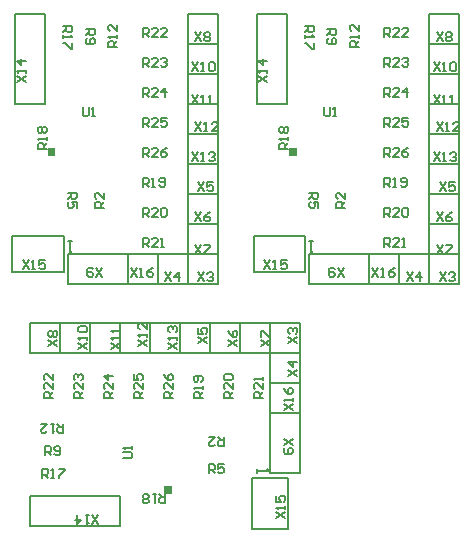
<source format=gto>
%FSLAX24Y24*%
%MOIN*%
G70*
G01*
G75*
G04 Layer_Color=65535*
%ADD10R,0.0748X0.0591*%
%ADD11R,0.0551X0.0591*%
%ADD12R,0.1000X0.0260*%
%ADD13C,0.0120*%
%ADD14C,0.0250*%
%ADD15C,0.0200*%
%ADD16R,0.0591X0.0748*%
%ADD17R,0.0591X0.0551*%
%ADD18R,0.0260X0.1000*%
%ADD19R,0.0591X0.0591*%
%ADD20C,0.0394*%
%ADD21R,0.0394X0.0394*%
%ADD22C,0.0591*%
%ADD23R,0.0591X0.0591*%
%ADD24C,0.0500*%
%ADD25R,0.0394X0.0394*%
%ADD26R,0.0315X0.0512*%
%ADD27R,0.0320X0.0500*%
%ADD28R,0.0591X0.0630*%
%ADD29R,0.0630X0.0591*%
%ADD30R,0.0512X0.0315*%
%ADD31R,0.0500X0.0320*%
%ADD32R,0.0630X0.0591*%
%ADD33C,0.0079*%
%ADD34C,0.0050*%
G36*
X35858Y25620D02*
Y25370D01*
X35608D01*
Y25620D01*
X35858D01*
D02*
G37*
G36*
X40020Y36642D02*
X39770D01*
Y36892D01*
X40020D01*
Y36642D01*
D02*
G37*
G36*
X31970D02*
X31720D01*
Y36892D01*
X31970D01*
Y36642D01*
D02*
G37*
D33*
X40150Y28050D02*
Y29050D01*
X39150D01*
X40150Y28050D02*
X39150D01*
Y29050D01*
X38550Y24200D02*
Y25904D01*
X39750Y24200D02*
X38550D01*
X39750D02*
Y25904D01*
X38550D01*
X34150Y25300D02*
X31150D01*
Y24300D02*
Y25300D01*
X34150Y24300D02*
Y25300D01*
Y24300D02*
X31150D01*
X35150Y30050D02*
Y31050D01*
X36150Y30050D02*
X35150D01*
X36150Y31050D02*
X35150D01*
X36150Y30050D02*
Y31050D01*
X34150Y30050D02*
Y31050D01*
X35150Y30050D02*
X34150D01*
X35150Y31050D02*
X34150D01*
X35150Y30050D02*
Y31050D01*
X33150Y30050D02*
Y31050D01*
X34150Y30050D02*
X33150D01*
X34150Y31050D02*
X33150D01*
X34150Y30050D02*
Y31050D01*
X32150Y30050D02*
Y31050D01*
X33150Y30050D02*
X32150D01*
X33150Y31050D02*
X32150D01*
X33150Y30050D02*
Y31050D01*
X39150Y26050D02*
Y28050D01*
X40150Y26050D02*
X39150D01*
X40150Y28050D02*
X39150D01*
X40150Y26050D02*
Y28050D01*
X31150Y30050D02*
Y31050D01*
X32150Y30050D02*
X31150D01*
X32150Y31050D02*
X31150D01*
X32150Y30050D02*
Y31050D01*
X38150Y30050D02*
Y31050D01*
X39150Y30050D02*
X38150D01*
X39150Y31050D02*
X38150D01*
X39150Y30050D02*
Y31050D01*
X37150Y30050D02*
Y31050D01*
X38150Y30050D02*
X37150D01*
X38150Y31050D02*
X37150D01*
X38150Y30050D02*
Y31050D01*
X36150Y30050D02*
Y31050D01*
X37150Y30050D02*
X36150D01*
X37150Y31050D02*
X36150D01*
X37150Y30050D02*
Y31050D01*
X39150Y29050D02*
Y30050D01*
X40150Y29050D02*
X39150D01*
X40150Y30050D02*
X39150D01*
X40150Y29050D02*
Y30050D01*
X39150D02*
Y31050D01*
X40150Y30050D02*
X39150D01*
X40150Y31050D02*
X39150D01*
X40150Y30050D02*
Y31050D01*
X38700Y26180D02*
Y26049D01*
Y26114D01*
X39094D01*
X39028Y26180D01*
X42450Y32350D02*
X43450D01*
Y33350D01*
X42450Y32350D02*
Y33350D01*
X43450D01*
X38600Y33950D02*
X40304D01*
X38600Y32750D02*
Y33950D01*
Y32750D02*
X40304D01*
Y33950D01*
X39700Y38350D02*
Y41350D01*
X38700D02*
X39700D01*
X38700Y38350D02*
X39700D01*
X38700D02*
Y41350D01*
X44450Y37350D02*
X45450D01*
X44450Y36350D02*
Y37350D01*
X45450Y36350D02*
Y37350D01*
X44450Y36350D02*
X45450D01*
X44450Y38350D02*
X45450D01*
X44450Y37350D02*
Y38350D01*
X45450Y37350D02*
Y38350D01*
X44450Y37350D02*
X45450D01*
X44450Y39350D02*
X45450D01*
X44450Y38350D02*
Y39350D01*
X45450Y38350D02*
Y39350D01*
X44450Y38350D02*
X45450D01*
X44450Y40350D02*
X45450D01*
X44450Y39350D02*
Y40350D01*
X45450Y39350D02*
Y40350D01*
X44450Y39350D02*
X45450D01*
X40450Y33350D02*
X42450D01*
X40450Y32350D02*
Y33350D01*
X42450Y32350D02*
Y33350D01*
X40450Y32350D02*
X42450D01*
X44450Y41350D02*
X45450D01*
X44450Y40350D02*
Y41350D01*
X45450Y40350D02*
Y41350D01*
X44450Y40350D02*
X45450D01*
X44450Y34350D02*
X45450D01*
X44450Y33350D02*
Y34350D01*
X45450Y33350D02*
Y34350D01*
X44450Y33350D02*
X45450D01*
X44450Y35350D02*
X45450D01*
X44450Y34350D02*
Y35350D01*
X45450Y34350D02*
Y35350D01*
X44450Y34350D02*
X45450D01*
X44450Y36350D02*
X45450D01*
X44450Y35350D02*
Y36350D01*
X45450Y35350D02*
Y36350D01*
X44450Y35350D02*
X45450D01*
X43450Y33350D02*
X44450D01*
X43450Y32350D02*
Y33350D01*
X44450Y32350D02*
Y33350D01*
X43450Y32350D02*
X44450D01*
Y33350D02*
X45450D01*
X44450Y32350D02*
Y33350D01*
X45450Y32350D02*
Y33350D01*
X44450Y32350D02*
X45450D01*
X40580Y33800D02*
X40449D01*
X40514D01*
Y33406D01*
X40580Y33472D01*
X34400Y32350D02*
X35400D01*
Y33350D01*
X34400Y32350D02*
Y33350D01*
X35400D01*
X30550Y33950D02*
X32254D01*
X30550Y32750D02*
Y33950D01*
Y32750D02*
X32254D01*
Y33950D01*
X31650Y38350D02*
Y41350D01*
X30650D02*
X31650D01*
X30650Y38350D02*
X31650D01*
X30650D02*
Y41350D01*
X36400Y37350D02*
X37400D01*
X36400Y36350D02*
Y37350D01*
X37400Y36350D02*
Y37350D01*
X36400Y36350D02*
X37400D01*
X36400Y38350D02*
X37400D01*
X36400Y37350D02*
Y38350D01*
X37400Y37350D02*
Y38350D01*
X36400Y37350D02*
X37400D01*
X36400Y39350D02*
X37400D01*
X36400Y38350D02*
Y39350D01*
X37400Y38350D02*
Y39350D01*
X36400Y38350D02*
X37400D01*
X36400Y40350D02*
X37400D01*
X36400Y39350D02*
Y40350D01*
X37400Y39350D02*
Y40350D01*
X36400Y39350D02*
X37400D01*
X32400Y33350D02*
X34400D01*
X32400Y32350D02*
Y33350D01*
X34400Y32350D02*
Y33350D01*
X32400Y32350D02*
X34400D01*
X36400Y41350D02*
X37400D01*
X36400Y40350D02*
Y41350D01*
X37400Y40350D02*
Y41350D01*
X36400Y40350D02*
X37400D01*
X36400Y34350D02*
X37400D01*
X36400Y33350D02*
Y34350D01*
X37400Y33350D02*
Y34350D01*
X36400Y33350D02*
X37400D01*
X36400Y35350D02*
X37400D01*
X36400Y34350D02*
Y35350D01*
X37400Y34350D02*
Y35350D01*
X36400Y34350D02*
X37400D01*
X36400Y36350D02*
X37400D01*
X36400Y35350D02*
Y36350D01*
X37400Y35350D02*
Y36350D01*
X36400Y35350D02*
X37400D01*
X35400Y33350D02*
X36400D01*
X35400Y32350D02*
Y33350D01*
X36400Y32350D02*
Y33350D01*
X35400Y32350D02*
X36400D01*
Y33350D02*
X37400D01*
X36400Y32350D02*
Y33350D01*
X37400Y32350D02*
Y33350D01*
X36400Y32350D02*
X37400D01*
X32530Y33800D02*
X32399D01*
X32464D01*
Y33406D01*
X32530Y33472D01*
D34*
X39600Y28150D02*
X39900Y28350D01*
X39600D02*
X39900Y28150D01*
Y28450D02*
Y28550D01*
Y28500D01*
X39600D01*
X39650Y28450D01*
X39600Y28900D02*
X39650Y28800D01*
X39750Y28700D01*
X39850D01*
X39900Y28750D01*
Y28850D01*
X39850Y28900D01*
X39800D01*
X39750Y28850D01*
Y28700D01*
X39350Y24550D02*
X39650Y24750D01*
X39350D02*
X39650Y24550D01*
Y24850D02*
Y24950D01*
Y24900D01*
X39350D01*
X39400Y24850D01*
X39350Y25300D02*
Y25100D01*
X39500D01*
X39450Y25200D01*
Y25250D01*
X39500Y25300D01*
X39600D01*
X39650Y25250D01*
Y25150D01*
X39600Y25100D01*
X33400Y24350D02*
X33200Y24650D01*
Y24350D02*
X33400Y24650D01*
X33100D02*
X33000D01*
X33050D01*
Y24350D01*
X33100Y24400D01*
X32700Y24650D02*
Y24350D01*
X32850Y24500D01*
X32650D01*
X35750Y30200D02*
X36050Y30400D01*
X35750D02*
X36050Y30200D01*
Y30500D02*
Y30600D01*
Y30550D01*
X35750D01*
X35800Y30500D01*
Y30750D02*
X35750Y30800D01*
Y30900D01*
X35800Y30950D01*
X35850D01*
X35900Y30900D01*
Y30850D01*
Y30900D01*
X35950Y30950D01*
X36000D01*
X36050Y30900D01*
Y30800D01*
X36000Y30750D01*
X34750Y30300D02*
X35050Y30500D01*
X34750D02*
X35050Y30300D01*
Y30600D02*
Y30700D01*
Y30650D01*
X34750D01*
X34800Y30600D01*
X35050Y31050D02*
Y30850D01*
X34850Y31050D01*
X34800D01*
X34750Y31000D01*
Y30900D01*
X34800Y30850D01*
X33850Y30200D02*
X34150Y30400D01*
X33850D02*
X34150Y30200D01*
Y30500D02*
Y30600D01*
Y30550D01*
X33850D01*
X33900Y30500D01*
X34150Y30750D02*
Y30850D01*
Y30800D01*
X33850D01*
X33900Y30750D01*
X32750Y30200D02*
X33050Y30400D01*
X32750D02*
X33050Y30200D01*
Y30500D02*
Y30600D01*
Y30550D01*
X32750D01*
X32800Y30500D01*
Y30750D02*
X32750Y30800D01*
Y30900D01*
X32800Y30950D01*
X33000D01*
X33050Y30900D01*
Y30800D01*
X33000Y30750D01*
X32800D01*
X39900Y27200D02*
X39600Y27000D01*
X39900D02*
X39600Y27200D01*
X39650Y26900D02*
X39600Y26850D01*
Y26750D01*
X39650Y26700D01*
X39850D01*
X39900Y26750D01*
Y26850D01*
X39850Y26900D01*
X39800D01*
X39750Y26850D01*
Y26700D01*
X31750Y30300D02*
X32050Y30500D01*
X31750D02*
X32050Y30300D01*
X31800Y30600D02*
X31750Y30650D01*
Y30750D01*
X31800Y30800D01*
X31850D01*
X31900Y30750D01*
X31950Y30800D01*
X32000D01*
X32050Y30750D01*
Y30650D01*
X32000Y30600D01*
X31950D01*
X31900Y30650D01*
X31850Y30600D01*
X31800D01*
X31900Y30650D02*
Y30750D01*
X38850Y30300D02*
X39150Y30500D01*
X38850D02*
X39150Y30300D01*
X38850Y30600D02*
Y30800D01*
X38900D01*
X39100Y30600D01*
X39150D01*
X37750Y30300D02*
X38050Y30500D01*
X37750D02*
X38050Y30300D01*
X37750Y30800D02*
X37800Y30700D01*
X37900Y30600D01*
X38000D01*
X38050Y30650D01*
Y30750D01*
X38000Y30800D01*
X37950D01*
X37900Y30750D01*
Y30600D01*
X36750Y30400D02*
X37050Y30600D01*
X36750D02*
X37050Y30400D01*
X36750Y30900D02*
Y30700D01*
X36900D01*
X36850Y30800D01*
Y30850D01*
X36900Y30900D01*
X37000D01*
X37050Y30850D01*
Y30750D01*
X37000Y30700D01*
X39750Y29300D02*
X40050Y29500D01*
X39750D02*
X40050Y29300D01*
Y29750D02*
X39750D01*
X39900Y29600D01*
Y29800D01*
X39750Y30400D02*
X40050Y30600D01*
X39750D02*
X40050Y30400D01*
X39800Y30700D02*
X39750Y30750D01*
Y30850D01*
X39800Y30900D01*
X39850D01*
X39900Y30850D01*
Y30800D01*
Y30850D01*
X39950Y30900D01*
X40000D01*
X40050Y30850D01*
Y30750D01*
X40000Y30700D01*
X34250Y26550D02*
X34500D01*
X34550Y26600D01*
Y26700D01*
X34500Y26750D01*
X34250D01*
X34550Y26850D02*
Y26950D01*
Y26900D01*
X34250D01*
X34300Y26850D01*
X35650Y25350D02*
Y25050D01*
X35500D01*
X35450Y25100D01*
Y25200D01*
X35500Y25250D01*
X35650D01*
X35550D02*
X35450Y25350D01*
X35350D02*
X35250D01*
X35300D01*
Y25050D01*
X35350Y25100D01*
X35100D02*
X35050Y25050D01*
X34950D01*
X34900Y25100D01*
Y25150D01*
X34950Y25200D01*
X34900Y25250D01*
Y25300D01*
X34950Y25350D01*
X35050D01*
X35100Y25300D01*
Y25250D01*
X35050Y25200D01*
X35100Y25150D01*
Y25100D01*
X35050Y25200D02*
X34950D01*
X31550Y25900D02*
Y26200D01*
X31700D01*
X31750Y26150D01*
Y26050D01*
X31700Y26000D01*
X31550D01*
X31650D02*
X31750Y25900D01*
X31850D02*
X31950D01*
X31900D01*
Y26200D01*
X31850Y26150D01*
X32100Y26200D02*
X32300D01*
Y26150D01*
X32100Y25950D01*
Y25900D01*
X32250Y27700D02*
Y27400D01*
X32100D01*
X32050Y27450D01*
Y27550D01*
X32100Y27600D01*
X32250D01*
X32150D02*
X32050Y27700D01*
X31950D02*
X31850D01*
X31900D01*
Y27400D01*
X31950Y27450D01*
X31500Y27700D02*
X31700D01*
X31500Y27500D01*
Y27450D01*
X31550Y27400D01*
X31650D01*
X31700Y27450D01*
X31650Y26650D02*
Y26950D01*
X31800D01*
X31850Y26900D01*
Y26800D01*
X31800Y26750D01*
X31650D01*
X31750D02*
X31850Y26650D01*
X31950Y26700D02*
X32000Y26650D01*
X32100D01*
X32150Y26700D01*
Y26900D01*
X32100Y26950D01*
X32000D01*
X31950Y26900D01*
Y26850D01*
X32000Y26800D01*
X32150D01*
X37100Y26050D02*
Y26350D01*
X37250D01*
X37300Y26300D01*
Y26200D01*
X37250Y26150D01*
X37100D01*
X37200D02*
X37300Y26050D01*
X37600Y26350D02*
X37400D01*
Y26200D01*
X37500Y26250D01*
X37550D01*
X37600Y26200D01*
Y26100D01*
X37550Y26050D01*
X37450D01*
X37400Y26100D01*
X37600Y27250D02*
Y26950D01*
X37450D01*
X37400Y27000D01*
Y27100D01*
X37450Y27150D01*
X37600D01*
X37500D02*
X37400Y27250D01*
X37100D02*
X37300D01*
X37100Y27050D01*
Y27000D01*
X37150Y26950D01*
X37250D01*
X37300Y27000D01*
X36900Y28550D02*
X36600D01*
Y28700D01*
X36650Y28750D01*
X36750D01*
X36800Y28700D01*
Y28550D01*
Y28650D02*
X36900Y28750D01*
Y28850D02*
Y28950D01*
Y28900D01*
X36600D01*
X36650Y28850D01*
X36850Y29100D02*
X36900Y29150D01*
Y29250D01*
X36850Y29300D01*
X36650D01*
X36600Y29250D01*
Y29150D01*
X36650Y29100D01*
X36700D01*
X36750Y29150D01*
Y29300D01*
X37900Y28550D02*
X37600D01*
Y28700D01*
X37650Y28750D01*
X37750D01*
X37800Y28700D01*
Y28550D01*
Y28650D02*
X37900Y28750D01*
Y29050D02*
Y28850D01*
X37700Y29050D01*
X37650D01*
X37600Y29000D01*
Y28900D01*
X37650Y28850D01*
Y29150D02*
X37600Y29200D01*
Y29300D01*
X37650Y29350D01*
X37850D01*
X37900Y29300D01*
Y29200D01*
X37850Y29150D01*
X37650D01*
X38900Y28550D02*
X38600D01*
Y28700D01*
X38650Y28750D01*
X38750D01*
X38800Y28700D01*
Y28550D01*
Y28650D02*
X38900Y28750D01*
Y29050D02*
Y28850D01*
X38700Y29050D01*
X38650D01*
X38600Y29000D01*
Y28900D01*
X38650Y28850D01*
X38900Y29150D02*
Y29250D01*
Y29200D01*
X38600D01*
X38650Y29150D01*
X31900Y28550D02*
X31600D01*
Y28700D01*
X31650Y28750D01*
X31750D01*
X31800Y28700D01*
Y28550D01*
Y28650D02*
X31900Y28750D01*
Y29050D02*
Y28850D01*
X31700Y29050D01*
X31650D01*
X31600Y29000D01*
Y28900D01*
X31650Y28850D01*
X31900Y29350D02*
Y29150D01*
X31700Y29350D01*
X31650D01*
X31600Y29300D01*
Y29200D01*
X31650Y29150D01*
X32900Y28550D02*
X32600D01*
Y28700D01*
X32650Y28750D01*
X32750D01*
X32800Y28700D01*
Y28550D01*
Y28650D02*
X32900Y28750D01*
Y29050D02*
Y28850D01*
X32700Y29050D01*
X32650D01*
X32600Y29000D01*
Y28900D01*
X32650Y28850D01*
Y29150D02*
X32600Y29200D01*
Y29300D01*
X32650Y29350D01*
X32700D01*
X32750Y29300D01*
Y29250D01*
Y29300D01*
X32800Y29350D01*
X32850D01*
X32900Y29300D01*
Y29200D01*
X32850Y29150D01*
X33900Y28550D02*
X33600D01*
Y28700D01*
X33650Y28750D01*
X33750D01*
X33800Y28700D01*
Y28550D01*
Y28650D02*
X33900Y28750D01*
Y29050D02*
Y28850D01*
X33700Y29050D01*
X33650D01*
X33600Y29000D01*
Y28900D01*
X33650Y28850D01*
X33900Y29300D02*
X33600D01*
X33750Y29150D01*
Y29350D01*
X34900Y28550D02*
X34600D01*
Y28700D01*
X34650Y28750D01*
X34750D01*
X34800Y28700D01*
Y28550D01*
Y28650D02*
X34900Y28750D01*
Y29050D02*
Y28850D01*
X34700Y29050D01*
X34650D01*
X34600Y29000D01*
Y28900D01*
X34650Y28850D01*
X34600Y29350D02*
Y29150D01*
X34750D01*
X34700Y29250D01*
Y29300D01*
X34750Y29350D01*
X34850D01*
X34900Y29300D01*
Y29200D01*
X34850Y29150D01*
X35900Y28550D02*
X35600D01*
Y28700D01*
X35650Y28750D01*
X35750D01*
X35800Y28700D01*
Y28550D01*
Y28650D02*
X35900Y28750D01*
Y29050D02*
Y28850D01*
X35700Y29050D01*
X35650D01*
X35600Y29000D01*
Y28900D01*
X35650Y28850D01*
X35600Y29350D02*
X35650Y29250D01*
X35750Y29150D01*
X35850D01*
X35900Y29200D01*
Y29300D01*
X35850Y29350D01*
X35800D01*
X35750Y29300D01*
Y29150D01*
X42550Y32900D02*
X42750Y32600D01*
Y32900D02*
X42550Y32600D01*
X42850D02*
X42950D01*
X42900D01*
Y32900D01*
X42850Y32850D01*
X43300Y32900D02*
X43200Y32850D01*
X43100Y32750D01*
Y32650D01*
X43150Y32600D01*
X43250D01*
X43300Y32650D01*
Y32700D01*
X43250Y32750D01*
X43100D01*
X38950Y33150D02*
X39150Y32850D01*
Y33150D02*
X38950Y32850D01*
X39250D02*
X39350D01*
X39300D01*
Y33150D01*
X39250Y33100D01*
X39700Y33150D02*
X39500D01*
Y33000D01*
X39600Y33050D01*
X39650D01*
X39700Y33000D01*
Y32900D01*
X39650Y32850D01*
X39550D01*
X39500Y32900D01*
X38750Y39100D02*
X39050Y39300D01*
X38750D02*
X39050Y39100D01*
Y39400D02*
Y39500D01*
Y39450D01*
X38750D01*
X38800Y39400D01*
X39050Y39800D02*
X38750D01*
X38900Y39650D01*
Y39850D01*
X44600Y36750D02*
X44800Y36450D01*
Y36750D02*
X44600Y36450D01*
X44900D02*
X45000D01*
X44950D01*
Y36750D01*
X44900Y36700D01*
X45150D02*
X45200Y36750D01*
X45300D01*
X45350Y36700D01*
Y36650D01*
X45300Y36600D01*
X45250D01*
X45300D01*
X45350Y36550D01*
Y36500D01*
X45300Y36450D01*
X45200D01*
X45150Y36500D01*
X44700Y37750D02*
X44900Y37450D01*
Y37750D02*
X44700Y37450D01*
X45000D02*
X45100D01*
X45050D01*
Y37750D01*
X45000Y37700D01*
X45450Y37450D02*
X45250D01*
X45450Y37650D01*
Y37700D01*
X45400Y37750D01*
X45300D01*
X45250Y37700D01*
X44600Y38650D02*
X44800Y38350D01*
Y38650D02*
X44600Y38350D01*
X44900D02*
X45000D01*
X44950D01*
Y38650D01*
X44900Y38600D01*
X45150Y38350D02*
X45250D01*
X45200D01*
Y38650D01*
X45150Y38600D01*
X44600Y39750D02*
X44800Y39450D01*
Y39750D02*
X44600Y39450D01*
X44900D02*
X45000D01*
X44950D01*
Y39750D01*
X44900Y39700D01*
X45150D02*
X45200Y39750D01*
X45300D01*
X45350Y39700D01*
Y39500D01*
X45300Y39450D01*
X45200D01*
X45150Y39500D01*
Y39700D01*
X41600Y32600D02*
X41400Y32900D01*
Y32600D02*
X41600Y32900D01*
X41300Y32850D02*
X41250Y32900D01*
X41150D01*
X41100Y32850D01*
Y32650D01*
X41150Y32600D01*
X41250D01*
X41300Y32650D01*
Y32700D01*
X41250Y32750D01*
X41100D01*
X44700Y40750D02*
X44900Y40450D01*
Y40750D02*
X44700Y40450D01*
X45000Y40700D02*
X45050Y40750D01*
X45150D01*
X45200Y40700D01*
Y40650D01*
X45150Y40600D01*
X45200Y40550D01*
Y40500D01*
X45150Y40450D01*
X45050D01*
X45000Y40500D01*
Y40550D01*
X45050Y40600D01*
X45000Y40650D01*
Y40700D01*
X45050Y40600D02*
X45150D01*
X44700Y33650D02*
X44900Y33350D01*
Y33650D02*
X44700Y33350D01*
X45000Y33650D02*
X45200D01*
Y33600D01*
X45000Y33400D01*
Y33350D01*
X44700Y34750D02*
X44900Y34450D01*
Y34750D02*
X44700Y34450D01*
X45200Y34750D02*
X45100Y34700D01*
X45000Y34600D01*
Y34500D01*
X45050Y34450D01*
X45150D01*
X45200Y34500D01*
Y34550D01*
X45150Y34600D01*
X45000D01*
X44800Y35750D02*
X45000Y35450D01*
Y35750D02*
X44800Y35450D01*
X45300Y35750D02*
X45100D01*
Y35600D01*
X45200Y35650D01*
X45250D01*
X45300Y35600D01*
Y35500D01*
X45250Y35450D01*
X45150D01*
X45100Y35500D01*
X43700Y32750D02*
X43900Y32450D01*
Y32750D02*
X43700Y32450D01*
X44150D02*
Y32750D01*
X44000Y32600D01*
X44200D01*
X44800Y32750D02*
X45000Y32450D01*
Y32750D02*
X44800Y32450D01*
X45100Y32700D02*
X45150Y32750D01*
X45250D01*
X45300Y32700D01*
Y32650D01*
X45250Y32600D01*
X45200D01*
X45250D01*
X45300Y32550D01*
Y32500D01*
X45250Y32450D01*
X45150D01*
X45100Y32500D01*
X40950Y38250D02*
Y38000D01*
X41000Y37950D01*
X41100D01*
X41150Y38000D01*
Y38250D01*
X41250Y37950D02*
X41350D01*
X41300D01*
Y38250D01*
X41250Y38200D01*
X39750Y36850D02*
X39450D01*
Y37000D01*
X39500Y37050D01*
X39600D01*
X39650Y37000D01*
Y36850D01*
Y36950D02*
X39750Y37050D01*
Y37150D02*
Y37250D01*
Y37200D01*
X39450D01*
X39500Y37150D01*
Y37400D02*
X39450Y37450D01*
Y37550D01*
X39500Y37600D01*
X39550D01*
X39600Y37550D01*
X39650Y37600D01*
X39700D01*
X39750Y37550D01*
Y37450D01*
X39700Y37400D01*
X39650D01*
X39600Y37450D01*
X39550Y37400D01*
X39500D01*
X39600Y37450D02*
Y37550D01*
X40300Y40950D02*
X40600D01*
Y40800D01*
X40550Y40750D01*
X40450D01*
X40400Y40800D01*
Y40950D01*
Y40850D02*
X40300Y40750D01*
Y40650D02*
Y40550D01*
Y40600D01*
X40600D01*
X40550Y40650D01*
X40600Y40400D02*
Y40200D01*
X40550D01*
X40350Y40400D01*
X40300D01*
X42100Y40250D02*
X41800D01*
Y40400D01*
X41850Y40450D01*
X41950D01*
X42000Y40400D01*
Y40250D01*
Y40350D02*
X42100Y40450D01*
Y40550D02*
Y40650D01*
Y40600D01*
X41800D01*
X41850Y40550D01*
X42100Y41000D02*
Y40800D01*
X41900Y41000D01*
X41850D01*
X41800Y40950D01*
Y40850D01*
X41850Y40800D01*
X41050Y40850D02*
X41350D01*
Y40700D01*
X41300Y40650D01*
X41200D01*
X41150Y40700D01*
Y40850D01*
Y40750D02*
X41050Y40650D01*
X41100Y40550D02*
X41050Y40500D01*
Y40400D01*
X41100Y40350D01*
X41300D01*
X41350Y40400D01*
Y40500D01*
X41300Y40550D01*
X41250D01*
X41200Y40500D01*
Y40350D01*
X40450Y35400D02*
X40750D01*
Y35250D01*
X40700Y35200D01*
X40600D01*
X40550Y35250D01*
Y35400D01*
Y35300D02*
X40450Y35200D01*
X40750Y34900D02*
Y35100D01*
X40600D01*
X40650Y35000D01*
Y34950D01*
X40600Y34900D01*
X40500D01*
X40450Y34950D01*
Y35050D01*
X40500Y35100D01*
X41650Y34900D02*
X41350D01*
Y35050D01*
X41400Y35100D01*
X41500D01*
X41550Y35050D01*
Y34900D01*
Y35000D02*
X41650Y35100D01*
Y35400D02*
Y35200D01*
X41450Y35400D01*
X41400D01*
X41350Y35350D01*
Y35250D01*
X41400Y35200D01*
X42950Y35600D02*
Y35900D01*
X43100D01*
X43150Y35850D01*
Y35750D01*
X43100Y35700D01*
X42950D01*
X43050D02*
X43150Y35600D01*
X43250D02*
X43350D01*
X43300D01*
Y35900D01*
X43250Y35850D01*
X43500Y35650D02*
X43550Y35600D01*
X43650D01*
X43700Y35650D01*
Y35850D01*
X43650Y35900D01*
X43550D01*
X43500Y35850D01*
Y35800D01*
X43550Y35750D01*
X43700D01*
X42950Y34600D02*
Y34900D01*
X43100D01*
X43150Y34850D01*
Y34750D01*
X43100Y34700D01*
X42950D01*
X43050D02*
X43150Y34600D01*
X43450D02*
X43250D01*
X43450Y34800D01*
Y34850D01*
X43400Y34900D01*
X43300D01*
X43250Y34850D01*
X43550D02*
X43600Y34900D01*
X43700D01*
X43750Y34850D01*
Y34650D01*
X43700Y34600D01*
X43600D01*
X43550Y34650D01*
Y34850D01*
X42950Y33600D02*
Y33900D01*
X43100D01*
X43150Y33850D01*
Y33750D01*
X43100Y33700D01*
X42950D01*
X43050D02*
X43150Y33600D01*
X43450D02*
X43250D01*
X43450Y33800D01*
Y33850D01*
X43400Y33900D01*
X43300D01*
X43250Y33850D01*
X43550Y33600D02*
X43650D01*
X43600D01*
Y33900D01*
X43550Y33850D01*
X42950Y40600D02*
Y40900D01*
X43100D01*
X43150Y40850D01*
Y40750D01*
X43100Y40700D01*
X42950D01*
X43050D02*
X43150Y40600D01*
X43450D02*
X43250D01*
X43450Y40800D01*
Y40850D01*
X43400Y40900D01*
X43300D01*
X43250Y40850D01*
X43750Y40600D02*
X43550D01*
X43750Y40800D01*
Y40850D01*
X43700Y40900D01*
X43600D01*
X43550Y40850D01*
X42950Y39600D02*
Y39900D01*
X43100D01*
X43150Y39850D01*
Y39750D01*
X43100Y39700D01*
X42950D01*
X43050D02*
X43150Y39600D01*
X43450D02*
X43250D01*
X43450Y39800D01*
Y39850D01*
X43400Y39900D01*
X43300D01*
X43250Y39850D01*
X43550D02*
X43600Y39900D01*
X43700D01*
X43750Y39850D01*
Y39800D01*
X43700Y39750D01*
X43650D01*
X43700D01*
X43750Y39700D01*
Y39650D01*
X43700Y39600D01*
X43600D01*
X43550Y39650D01*
X42950Y38600D02*
Y38900D01*
X43100D01*
X43150Y38850D01*
Y38750D01*
X43100Y38700D01*
X42950D01*
X43050D02*
X43150Y38600D01*
X43450D02*
X43250D01*
X43450Y38800D01*
Y38850D01*
X43400Y38900D01*
X43300D01*
X43250Y38850D01*
X43700Y38600D02*
Y38900D01*
X43550Y38750D01*
X43750D01*
X42950Y37600D02*
Y37900D01*
X43100D01*
X43150Y37850D01*
Y37750D01*
X43100Y37700D01*
X42950D01*
X43050D02*
X43150Y37600D01*
X43450D02*
X43250D01*
X43450Y37800D01*
Y37850D01*
X43400Y37900D01*
X43300D01*
X43250Y37850D01*
X43750Y37900D02*
X43550D01*
Y37750D01*
X43650Y37800D01*
X43700D01*
X43750Y37750D01*
Y37650D01*
X43700Y37600D01*
X43600D01*
X43550Y37650D01*
X42950Y36600D02*
Y36900D01*
X43100D01*
X43150Y36850D01*
Y36750D01*
X43100Y36700D01*
X42950D01*
X43050D02*
X43150Y36600D01*
X43450D02*
X43250D01*
X43450Y36800D01*
Y36850D01*
X43400Y36900D01*
X43300D01*
X43250Y36850D01*
X43750Y36900D02*
X43650Y36850D01*
X43550Y36750D01*
Y36650D01*
X43600Y36600D01*
X43700D01*
X43750Y36650D01*
Y36700D01*
X43700Y36750D01*
X43550D01*
X34500Y32900D02*
X34700Y32600D01*
Y32900D02*
X34500Y32600D01*
X34800D02*
X34900D01*
X34850D01*
Y32900D01*
X34800Y32850D01*
X35250Y32900D02*
X35150Y32850D01*
X35050Y32750D01*
Y32650D01*
X35100Y32600D01*
X35200D01*
X35250Y32650D01*
Y32700D01*
X35200Y32750D01*
X35050D01*
X30900Y33150D02*
X31100Y32850D01*
Y33150D02*
X30900Y32850D01*
X31200D02*
X31300D01*
X31250D01*
Y33150D01*
X31200Y33100D01*
X31650Y33150D02*
X31450D01*
Y33000D01*
X31550Y33050D01*
X31600D01*
X31650Y33000D01*
Y32900D01*
X31600Y32850D01*
X31500D01*
X31450Y32900D01*
X30700Y39100D02*
X31000Y39300D01*
X30700D02*
X31000Y39100D01*
Y39400D02*
Y39500D01*
Y39450D01*
X30700D01*
X30750Y39400D01*
X31000Y39800D02*
X30700D01*
X30850Y39650D01*
Y39850D01*
X36550Y36750D02*
X36750Y36450D01*
Y36750D02*
X36550Y36450D01*
X36850D02*
X36950D01*
X36900D01*
Y36750D01*
X36850Y36700D01*
X37100D02*
X37150Y36750D01*
X37250D01*
X37300Y36700D01*
Y36650D01*
X37250Y36600D01*
X37200D01*
X37250D01*
X37300Y36550D01*
Y36500D01*
X37250Y36450D01*
X37150D01*
X37100Y36500D01*
X36650Y37750D02*
X36850Y37450D01*
Y37750D02*
X36650Y37450D01*
X36950D02*
X37050D01*
X37000D01*
Y37750D01*
X36950Y37700D01*
X37400Y37450D02*
X37200D01*
X37400Y37650D01*
Y37700D01*
X37350Y37750D01*
X37250D01*
X37200Y37700D01*
X36550Y38650D02*
X36750Y38350D01*
Y38650D02*
X36550Y38350D01*
X36850D02*
X36950D01*
X36900D01*
Y38650D01*
X36850Y38600D01*
X37100Y38350D02*
X37200D01*
X37150D01*
Y38650D01*
X37100Y38600D01*
X36550Y39750D02*
X36750Y39450D01*
Y39750D02*
X36550Y39450D01*
X36850D02*
X36950D01*
X36900D01*
Y39750D01*
X36850Y39700D01*
X37100D02*
X37150Y39750D01*
X37250D01*
X37300Y39700D01*
Y39500D01*
X37250Y39450D01*
X37150D01*
X37100Y39500D01*
Y39700D01*
X33550Y32600D02*
X33350Y32900D01*
Y32600D02*
X33550Y32900D01*
X33250Y32850D02*
X33200Y32900D01*
X33100D01*
X33050Y32850D01*
Y32650D01*
X33100Y32600D01*
X33200D01*
X33250Y32650D01*
Y32700D01*
X33200Y32750D01*
X33050D01*
X36650Y40750D02*
X36850Y40450D01*
Y40750D02*
X36650Y40450D01*
X36950Y40700D02*
X37000Y40750D01*
X37100D01*
X37150Y40700D01*
Y40650D01*
X37100Y40600D01*
X37150Y40550D01*
Y40500D01*
X37100Y40450D01*
X37000D01*
X36950Y40500D01*
Y40550D01*
X37000Y40600D01*
X36950Y40650D01*
Y40700D01*
X37000Y40600D02*
X37100D01*
X36650Y33650D02*
X36850Y33350D01*
Y33650D02*
X36650Y33350D01*
X36950Y33650D02*
X37150D01*
Y33600D01*
X36950Y33400D01*
Y33350D01*
X36650Y34750D02*
X36850Y34450D01*
Y34750D02*
X36650Y34450D01*
X37150Y34750D02*
X37050Y34700D01*
X36950Y34600D01*
Y34500D01*
X37000Y34450D01*
X37100D01*
X37150Y34500D01*
Y34550D01*
X37100Y34600D01*
X36950D01*
X36750Y35750D02*
X36950Y35450D01*
Y35750D02*
X36750Y35450D01*
X37250Y35750D02*
X37050D01*
Y35600D01*
X37150Y35650D01*
X37200D01*
X37250Y35600D01*
Y35500D01*
X37200Y35450D01*
X37100D01*
X37050Y35500D01*
X35650Y32750D02*
X35850Y32450D01*
Y32750D02*
X35650Y32450D01*
X36100D02*
Y32750D01*
X35950Y32600D01*
X36150D01*
X36750Y32750D02*
X36950Y32450D01*
Y32750D02*
X36750Y32450D01*
X37050Y32700D02*
X37100Y32750D01*
X37200D01*
X37250Y32700D01*
Y32650D01*
X37200Y32600D01*
X37150D01*
X37200D01*
X37250Y32550D01*
Y32500D01*
X37200Y32450D01*
X37100D01*
X37050Y32500D01*
X32900Y38250D02*
Y38000D01*
X32950Y37950D01*
X33050D01*
X33100Y38000D01*
Y38250D01*
X33200Y37950D02*
X33300D01*
X33250D01*
Y38250D01*
X33200Y38200D01*
X31700Y36850D02*
X31400D01*
Y37000D01*
X31450Y37050D01*
X31550D01*
X31600Y37000D01*
Y36850D01*
Y36950D02*
X31700Y37050D01*
Y37150D02*
Y37250D01*
Y37200D01*
X31400D01*
X31450Y37150D01*
Y37400D02*
X31400Y37450D01*
Y37550D01*
X31450Y37600D01*
X31500D01*
X31550Y37550D01*
X31600Y37600D01*
X31650D01*
X31700Y37550D01*
Y37450D01*
X31650Y37400D01*
X31600D01*
X31550Y37450D01*
X31500Y37400D01*
X31450D01*
X31550Y37450D02*
Y37550D01*
X32250Y40950D02*
X32550D01*
Y40800D01*
X32500Y40750D01*
X32400D01*
X32350Y40800D01*
Y40950D01*
Y40850D02*
X32250Y40750D01*
Y40650D02*
Y40550D01*
Y40600D01*
X32550D01*
X32500Y40650D01*
X32550Y40400D02*
Y40200D01*
X32500D01*
X32300Y40400D01*
X32250D01*
X34050Y40250D02*
X33750D01*
Y40400D01*
X33800Y40450D01*
X33900D01*
X33950Y40400D01*
Y40250D01*
Y40350D02*
X34050Y40450D01*
Y40550D02*
Y40650D01*
Y40600D01*
X33750D01*
X33800Y40550D01*
X34050Y41000D02*
Y40800D01*
X33850Y41000D01*
X33800D01*
X33750Y40950D01*
Y40850D01*
X33800Y40800D01*
X33000Y40850D02*
X33300D01*
Y40700D01*
X33250Y40650D01*
X33150D01*
X33100Y40700D01*
Y40850D01*
Y40750D02*
X33000Y40650D01*
X33050Y40550D02*
X33000Y40500D01*
Y40400D01*
X33050Y40350D01*
X33250D01*
X33300Y40400D01*
Y40500D01*
X33250Y40550D01*
X33200D01*
X33150Y40500D01*
Y40350D01*
X32400Y35400D02*
X32700D01*
Y35250D01*
X32650Y35200D01*
X32550D01*
X32500Y35250D01*
Y35400D01*
Y35300D02*
X32400Y35200D01*
X32700Y34900D02*
Y35100D01*
X32550D01*
X32600Y35000D01*
Y34950D01*
X32550Y34900D01*
X32450D01*
X32400Y34950D01*
Y35050D01*
X32450Y35100D01*
X33600Y34900D02*
X33300D01*
Y35050D01*
X33350Y35100D01*
X33450D01*
X33500Y35050D01*
Y34900D01*
Y35000D02*
X33600Y35100D01*
Y35400D02*
Y35200D01*
X33400Y35400D01*
X33350D01*
X33300Y35350D01*
Y35250D01*
X33350Y35200D01*
X34900Y35600D02*
Y35900D01*
X35050D01*
X35100Y35850D01*
Y35750D01*
X35050Y35700D01*
X34900D01*
X35000D02*
X35100Y35600D01*
X35200D02*
X35300D01*
X35250D01*
Y35900D01*
X35200Y35850D01*
X35450Y35650D02*
X35500Y35600D01*
X35600D01*
X35650Y35650D01*
Y35850D01*
X35600Y35900D01*
X35500D01*
X35450Y35850D01*
Y35800D01*
X35500Y35750D01*
X35650D01*
X34900Y34600D02*
Y34900D01*
X35050D01*
X35100Y34850D01*
Y34750D01*
X35050Y34700D01*
X34900D01*
X35000D02*
X35100Y34600D01*
X35400D02*
X35200D01*
X35400Y34800D01*
Y34850D01*
X35350Y34900D01*
X35250D01*
X35200Y34850D01*
X35500D02*
X35550Y34900D01*
X35650D01*
X35700Y34850D01*
Y34650D01*
X35650Y34600D01*
X35550D01*
X35500Y34650D01*
Y34850D01*
X34900Y33600D02*
Y33900D01*
X35050D01*
X35100Y33850D01*
Y33750D01*
X35050Y33700D01*
X34900D01*
X35000D02*
X35100Y33600D01*
X35400D02*
X35200D01*
X35400Y33800D01*
Y33850D01*
X35350Y33900D01*
X35250D01*
X35200Y33850D01*
X35500Y33600D02*
X35600D01*
X35550D01*
Y33900D01*
X35500Y33850D01*
X34900Y40600D02*
Y40900D01*
X35050D01*
X35100Y40850D01*
Y40750D01*
X35050Y40700D01*
X34900D01*
X35000D02*
X35100Y40600D01*
X35400D02*
X35200D01*
X35400Y40800D01*
Y40850D01*
X35350Y40900D01*
X35250D01*
X35200Y40850D01*
X35700Y40600D02*
X35500D01*
X35700Y40800D01*
Y40850D01*
X35650Y40900D01*
X35550D01*
X35500Y40850D01*
X34900Y39600D02*
Y39900D01*
X35050D01*
X35100Y39850D01*
Y39750D01*
X35050Y39700D01*
X34900D01*
X35000D02*
X35100Y39600D01*
X35400D02*
X35200D01*
X35400Y39800D01*
Y39850D01*
X35350Y39900D01*
X35250D01*
X35200Y39850D01*
X35500D02*
X35550Y39900D01*
X35650D01*
X35700Y39850D01*
Y39800D01*
X35650Y39750D01*
X35600D01*
X35650D01*
X35700Y39700D01*
Y39650D01*
X35650Y39600D01*
X35550D01*
X35500Y39650D01*
X34900Y38600D02*
Y38900D01*
X35050D01*
X35100Y38850D01*
Y38750D01*
X35050Y38700D01*
X34900D01*
X35000D02*
X35100Y38600D01*
X35400D02*
X35200D01*
X35400Y38800D01*
Y38850D01*
X35350Y38900D01*
X35250D01*
X35200Y38850D01*
X35650Y38600D02*
Y38900D01*
X35500Y38750D01*
X35700D01*
X34900Y37600D02*
Y37900D01*
X35050D01*
X35100Y37850D01*
Y37750D01*
X35050Y37700D01*
X34900D01*
X35000D02*
X35100Y37600D01*
X35400D02*
X35200D01*
X35400Y37800D01*
Y37850D01*
X35350Y37900D01*
X35250D01*
X35200Y37850D01*
X35700Y37900D02*
X35500D01*
Y37750D01*
X35600Y37800D01*
X35650D01*
X35700Y37750D01*
Y37650D01*
X35650Y37600D01*
X35550D01*
X35500Y37650D01*
X34900Y36600D02*
Y36900D01*
X35050D01*
X35100Y36850D01*
Y36750D01*
X35050Y36700D01*
X34900D01*
X35000D02*
X35100Y36600D01*
X35400D02*
X35200D01*
X35400Y36800D01*
Y36850D01*
X35350Y36900D01*
X35250D01*
X35200Y36850D01*
X35700Y36900D02*
X35600Y36850D01*
X35500Y36750D01*
Y36650D01*
X35550Y36600D01*
X35650D01*
X35700Y36650D01*
Y36700D01*
X35650Y36750D01*
X35500D01*
M02*

</source>
